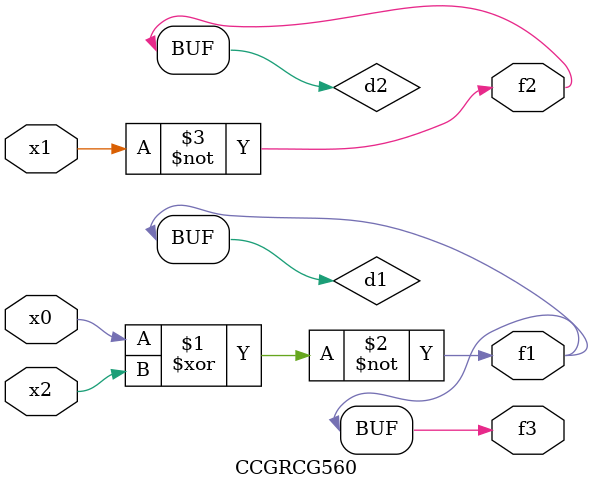
<source format=v>
module CCGRCG560(
	input x0, x1, x2,
	output f1, f2, f3
);

	wire d1, d2, d3;

	xnor (d1, x0, x2);
	nand (d2, x1);
	nor (d3, x1, x2);
	assign f1 = d1;
	assign f2 = d2;
	assign f3 = d1;
endmodule

</source>
